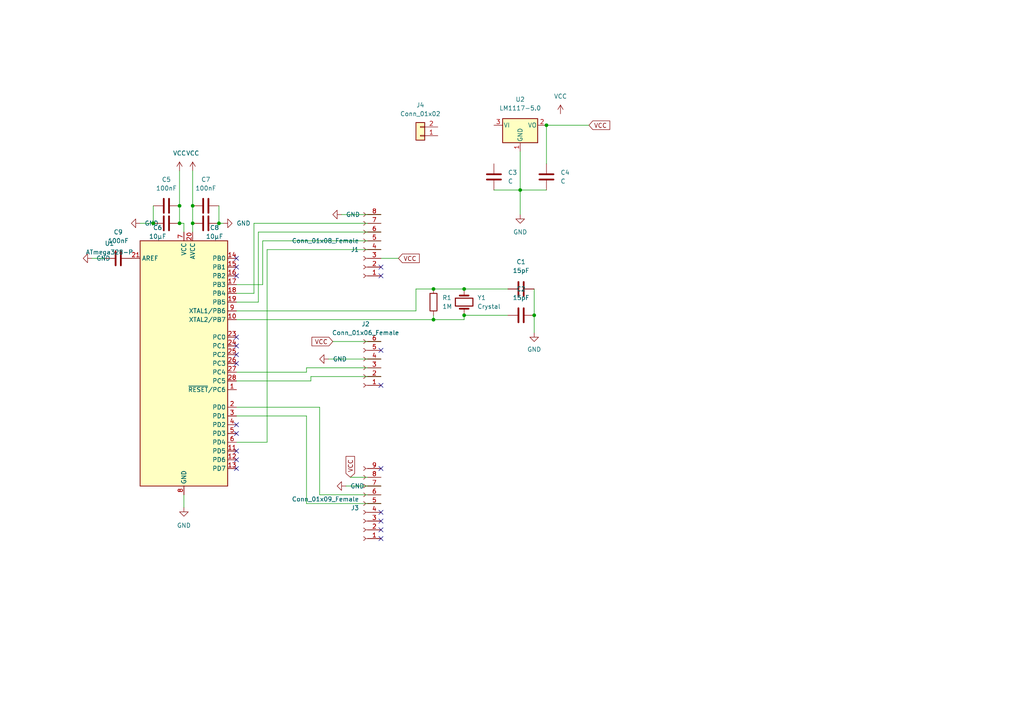
<source format=kicad_sch>
(kicad_sch (version 20211123) (generator eeschema)
  (paper "A4")
  (lib_symbols
    (symbol "Connector:Conn_01x06_Female" (pin_names (offset 1.016) hide)
      (property "Reference" "J" (at 0 7.62 0))
      (property "Value" "Conn_01x06_Female" (at 0 -10.16 0))
      (symbol "Conn_01x06_Female_1_1"
        (arc (start 0 -7.112) (mid -0.508 -7.62) (end 0 -8.128) (stroke (width 0.1524)))
        (arc (start 0 -4.572) (mid -0.508 -5.08) (end 0 -5.588) (stroke (width 0.1524)))
        (arc (start 0 -2.032) (mid -0.508 -2.54) (end 0 -3.048) (stroke (width 0.1524)))
        (polyline (pts (xy -1.27 -7.62) (xy -0.508 -7.62)) (stroke (width 0.1524)))
        (polyline (pts (xy -1.27 -5.08) (xy -0.508 -5.08)) (stroke (width 0.1524)))
        (polyline (pts (xy -1.27 -2.54) (xy -0.508 -2.54)) (stroke (width 0.1524)))
        (polyline (pts (xy -1.27 0) (xy -0.508 0)) (stroke (width 0.1524)))
        (polyline (pts (xy -1.27 2.54) (xy -0.508 2.54)) (stroke (width 0.1524)))
        (polyline (pts (xy -1.27 5.08) (xy -0.508 5.08)) (stroke (width 0.1524)))
        (arc (start 0 0.508) (mid -0.508 0) (end 0 -0.508) (stroke (width 0.1524)))
        (arc (start 0 3.048) (mid -0.508 2.54) (end 0 2.032) (stroke (width 0.1524)))
        (arc (start 0 5.588) (mid -0.508 5.08) (end 0 4.572) (stroke (width 0.1524)))
        (pin passive line (at -5.08 5.08 0) (length 3.81) (name "Pin_1") (number "1"))
        (pin passive line (at -5.08 2.54 0) (length 3.81) (name "Pin_2") (number "2"))
        (pin passive line (at -5.08 0 0) (length 3.81) (name "Pin_3") (number "3"))
        (pin passive line (at -5.08 -2.54 0) (length 3.81) (name "Pin_4") (number "4"))
        (pin passive line (at -5.08 -5.08 0) (length 3.81) (name "Pin_5") (number "5"))
        (pin passive line (at -5.08 -7.62 0) (length 3.81) (name "Pin_6") (number "6"))
      )
    )
    (symbol "Connector:Conn_01x08_Female" (pin_names (offset 1.016) hide)
      (property "Reference" "J" (at 0 10.16 0))
      (property "Value" "Conn_01x08_Female" (at 0 -12.7 0))
      (symbol "Conn_01x08_Female_1_1"
        (arc (start 0 -9.652) (mid -0.508 -10.16) (end 0 -10.668) (stroke (width 0.1524)))
        (arc (start 0 -7.112) (mid -0.508 -7.62) (end 0 -8.128) (stroke (width 0.1524)))
        (arc (start 0 -4.572) (mid -0.508 -5.08) (end 0 -5.588) (stroke (width 0.1524)))
        (arc (start 0 -2.032) (mid -0.508 -2.54) (end 0 -3.048) (stroke (width 0.1524)))
        (polyline (pts (xy -1.27 -10.16) (xy -0.508 -10.16)) (stroke (width 0.1524)))
        (polyline (pts (xy -1.27 -7.62) (xy -0.508 -7.62)) (stroke (width 0.1524)))
        (polyline (pts (xy -1.27 -5.08) (xy -0.508 -5.08)) (stroke (width 0.1524)))
        (polyline (pts (xy -1.27 -2.54) (xy -0.508 -2.54)) (stroke (width 0.1524)))
        (polyline (pts (xy -1.27 0) (xy -0.508 0)) (stroke (width 0.1524)))
        (polyline (pts (xy -1.27 2.54) (xy -0.508 2.54)) (stroke (width 0.1524)))
        (polyline (pts (xy -1.27 5.08) (xy -0.508 5.08)) (stroke (width 0.1524)))
        (polyline (pts (xy -1.27 7.62) (xy -0.508 7.62)) (stroke (width 0.1524)))
        (arc (start 0 0.508) (mid -0.508 0) (end 0 -0.508) (stroke (width 0.1524)))
        (arc (start 0 3.048) (mid -0.508 2.54) (end 0 2.032) (stroke (width 0.1524)))
        (arc (start 0 5.588) (mid -0.508 5.08) (end 0 4.572) (stroke (width 0.1524)))
        (arc (start 0 8.128) (mid -0.508 7.62) (end 0 7.112) (stroke (width 0.1524)))
        (pin passive line (at -5.08 7.62 0) (length 3.81) (name "Pin_1") (number "1"))
        (pin passive line (at -5.08 5.08 0) (length 3.81) (name "Pin_2") (number "2"))
        (pin passive line (at -5.08 2.54 0) (length 3.81) (name "Pin_3") (number "3"))
        (pin passive line (at -5.08 0 0) (length 3.81) (name "Pin_4") (number "4"))
        (pin passive line (at -5.08 -2.54 0) (length 3.81) (name "Pin_5") (number "5"))
        (pin passive line (at -5.08 -5.08 0) (length 3.81) (name "Pin_6") (number "6"))
        (pin passive line (at -5.08 -7.62 0) (length 3.81) (name "Pin_7") (number "7"))
        (pin passive line (at -5.08 -10.16 0) (length 3.81) (name "Pin_8") (number "8"))
      )
    )
    (symbol "Connector:Conn_01x09_Female" (pin_names (offset 1.016) hide)
      (property "Reference" "J" (at 0 12.7 0))
      (property "Value" "Conn_01x09_Female" (at 0 -12.7 0))
      (symbol "Conn_01x09_Female_1_1"
        (arc (start 0 -9.652) (mid -0.508 -10.16) (end 0 -10.668) (stroke (width 0.1524)))
        (arc (start 0 -7.112) (mid -0.508 -7.62) (end 0 -8.128) (stroke (width 0.1524)))
        (arc (start 0 -4.572) (mid -0.508 -5.08) (end 0 -5.588) (stroke (width 0.1524)))
        (arc (start 0 -2.032) (mid -0.508 -2.54) (end 0 -3.048) (stroke (width 0.1524)))
        (polyline (pts (xy -1.27 -10.16) (xy -0.508 -10.16)) (stroke (width 0.1524)))
        (polyline (pts (xy -1.27 -7.62) (xy -0.508 -7.62)) (stroke (width 0.1524)))
        (polyline (pts (xy -1.27 -5.08) (xy -0.508 -5.08)) (stroke (width 0.1524)))
        (polyline (pts (xy -1.27 -2.54) (xy -0.508 -2.54)) (stroke (width 0.1524)))
        (polyline (pts (xy -1.27 0) (xy -0.508 0)) (stroke (width 0.1524)))
        (polyline (pts (xy -1.27 2.54) (xy -0.508 2.54)) (stroke (width 0.1524)))
        (polyline (pts (xy -1.27 5.08) (xy -0.508 5.08)) (stroke (width 0.1524)))
        (polyline (pts (xy -1.27 7.62) (xy -0.508 7.62)) (stroke (width 0.1524)))
        (polyline (pts (xy -1.27 10.16) (xy -0.508 10.16)) (stroke (width 0.1524)))
        (arc (start 0 0.508) (mid -0.508 0) (end 0 -0.508) (stroke (width 0.1524)))
        (arc (start 0 3.048) (mid -0.508 2.54) (end 0 2.032) (stroke (width 0.1524)))
        (arc (start 0 5.588) (mid -0.508 5.08) (end 0 4.572) (stroke (width 0.1524)))
        (arc (start 0 8.128) (mid -0.508 7.62) (end 0 7.112) (stroke (width 0.1524)))
        (arc (start 0 10.668) (mid -0.508 10.16) (end 0 9.652) (stroke (width 0.1524)))
        (pin passive line (at -5.08 10.16 0) (length 3.81) (name "Pin_1") (number "1"))
        (pin passive line (at -5.08 7.62 0) (length 3.81) (name "Pin_2") (number "2"))
        (pin passive line (at -5.08 5.08 0) (length 3.81) (name "Pin_3") (number "3"))
        (pin passive line (at -5.08 2.54 0) (length 3.81) (name "Pin_4") (number "4"))
        (pin passive line (at -5.08 0 0) (length 3.81) (name "Pin_5") (number "5"))
        (pin passive line (at -5.08 -2.54 0) (length 3.81) (name "Pin_6") (number "6"))
        (pin passive line (at -5.08 -5.08 0) (length 3.81) (name "Pin_7") (number "7"))
        (pin passive line (at -5.08 -7.62 0) (length 3.81) (name "Pin_8") (number "8"))
        (pin passive line (at -5.08 -10.16 0) (length 3.81) (name "Pin_9") (number "9"))
      )
    )
    (symbol "Connector_Generic:Conn_01x02" (pin_names (offset 1.016) hide)
      (property "Reference" "J" (at 0 2.54 0))
      (property "Value" "Conn_01x02" (at 0 -5.08 0))
      (symbol "Conn_01x02_1_1"
        (rectangle (start -1.27 -2.413) (end 0 -2.667) (stroke (width 0.1524)))
        (rectangle (start -1.27 0.127) (end 0 -0.127) (stroke (width 0.1524)))
        (rectangle (start -1.27 1.27) (end 1.27 -3.81) (stroke (width 0.254)) (fill (type background)))
        (pin passive line (at -5.08 0 0) (length 3.81) (name "Pin_1") (number "1"))
        (pin passive line (at -5.08 -2.54 0) (length 3.81) (name "Pin_2") (number "2"))
      )
    )
    (symbol "Device:C" (pin_numbers hide) (pin_names (offset 0.254))
      (property "Reference" "C" (at 0.635 2.54 0))
      (property "Value" "C" (at 0.635 -2.54 0))
      (symbol "C_0_1"
        (polyline (pts (xy -2.032 -0.762) (xy 2.032 -0.762)) (stroke (width 0.508)))
        (polyline (pts (xy -2.032 0.762) (xy 2.032 0.762)) (stroke (width 0.508)))
      )
      (symbol "C_1_1"
        (pin passive line (at 0 3.81 270) (length 2.794) (name "~") (number "1"))
        (pin passive line (at 0 -3.81 90) (length 2.794) (name "~") (number "2"))
      )
    )
    (symbol "Device:Crystal" (pin_numbers hide) (pin_names (offset 1.016) hide)
      (property "Reference" "Y" (at 0 3.81 0))
      (property "Value" "Crystal" (at 0 -3.81 0))
      (symbol "Crystal_0_1"
        (rectangle (start -1.143 2.54) (end 1.143 -2.54) (stroke (width 0.3048)))
        (polyline (pts (xy -2.54 0) (xy -1.905 0)))
        (polyline (pts (xy -1.905 -1.27) (xy -1.905 1.27)) (stroke (width 0.508)))
        (polyline (pts (xy 1.905 -1.27) (xy 1.905 1.27)) (stroke (width 0.508)))
        (polyline (pts (xy 2.54 0) (xy 1.905 0)))
      )
      (symbol "Crystal_1_1"
        (pin passive line (at -3.81 0 0) (length 1.27) (name "1") (number "1"))
        (pin passive line (at 3.81 0 180) (length 1.27) (name "2") (number "2"))
      )
    )
    (symbol "Device:R" (pin_numbers hide) (pin_names (offset 0))
      (property "Reference" "R" (at 2.032 0 90))
      (property "Value" "R" (at 0 0 90))
      (symbol "R_0_1"
        (rectangle (start -1.016 -2.54) (end 1.016 2.54) (stroke (width 0.254)))
      )
      (symbol "R_1_1"
        (pin passive line (at 0 3.81 270) (length 1.27) (name "~") (number "1"))
        (pin passive line (at 0 -3.81 90) (length 1.27) (name "~") (number "2"))
      )
    )
    (symbol "MCU_Microchip_ATmega:ATmega328-P"
      (property "Reference" "U" (at -12.7 36.83 0))
      (property "Value" "ATmega328-P" (at 2.54 -36.83 0))
      (symbol "ATmega328-P_0_1"
        (rectangle (start -12.7 -35.56) (end 12.7 35.56) (stroke (width 0.254)) (fill (type background)))
      )
      (symbol "ATmega328-P_1_1"
        (pin bidirectional line (at 15.24 -7.62 180) (length 2.54) (name "~{RESET}/PC6") (number "1"))
        (pin bidirectional line (at 15.24 12.7 180) (length 2.54) (name "XTAL2/PB7") (number "10"))
        (pin bidirectional line (at 15.24 -25.4 180) (length 2.54) (name "PD5") (number "11"))
        (pin bidirectional line (at 15.24 -27.94 180) (length 2.54) (name "PD6") (number "12"))
        (pin bidirectional line (at 15.24 -30.48 180) (length 2.54) (name "PD7") (number "13"))
        (pin bidirectional line (at 15.24 30.48 180) (length 2.54) (name "PB0") (number "14"))
        (pin bidirectional line (at 15.24 27.94 180) (length 2.54) (name "PB1") (number "15"))
        (pin bidirectional line (at 15.24 25.4 180) (length 2.54) (name "PB2") (number "16"))
        (pin bidirectional line (at 15.24 22.86 180) (length 2.54) (name "PB3") (number "17"))
        (pin bidirectional line (at 15.24 20.32 180) (length 2.54) (name "PB4") (number "18"))
        (pin bidirectional line (at 15.24 17.78 180) (length 2.54) (name "PB5") (number "19"))
        (pin bidirectional line (at 15.24 -12.7 180) (length 2.54) (name "PD0") (number "2"))
        (pin power_in line (at 2.54 38.1 270) (length 2.54) (name "AVCC") (number "20"))
        (pin passive line (at -15.24 30.48 0) (length 2.54) (name "AREF") (number "21"))
        (pin passive line (at 0 -38.1 90) (length 2.54) hide (name "GND") (number "22"))
        (pin bidirectional line (at 15.24 7.62 180) (length 2.54) (name "PC0") (number "23"))
        (pin bidirectional line (at 15.24 5.08 180) (length 2.54) (name "PC1") (number "24"))
        (pin bidirectional line (at 15.24 2.54 180) (length 2.54) (name "PC2") (number "25"))
        (pin bidirectional line (at 15.24 0 180) (length 2.54) (name "PC3") (number "26"))
        (pin bidirectional line (at 15.24 -2.54 180) (length 2.54) (name "PC4") (number "27"))
        (pin bidirectional line (at 15.24 -5.08 180) (length 2.54) (name "PC5") (number "28"))
        (pin bidirectional line (at 15.24 -15.24 180) (length 2.54) (name "PD1") (number "3"))
        (pin bidirectional line (at 15.24 -17.78 180) (length 2.54) (name "PD2") (number "4"))
        (pin bidirectional line (at 15.24 -20.32 180) (length 2.54) (name "PD3") (number "5"))
        (pin bidirectional line (at 15.24 -22.86 180) (length 2.54) (name "PD4") (number "6"))
        (pin power_in line (at 0 38.1 270) (length 2.54) (name "VCC") (number "7"))
        (pin power_in line (at 0 -38.1 90) (length 2.54) (name "GND") (number "8"))
        (pin bidirectional line (at 15.24 15.24 180) (length 2.54) (name "XTAL1/PB6") (number "9"))
      )
    )
    (symbol "Regulator_Linear:LM1117-5.0" (pin_names (offset 0.254))
      (property "Reference" "U" (at -3.81 3.175 0))
      (property "Value" "LM1117-5.0" (at 0 3.175 0))
      (symbol "LM1117-5.0_0_1"
        (rectangle (start -5.08 -5.08) (end 5.08 1.905) (stroke (width 0.254)) (fill (type background)))
      )
      (symbol "LM1117-5.0_1_1"
        (pin power_in line (at 0 -7.62 90) (length 2.54) (name "GND") (number "1"))
        (pin power_out line (at 7.62 0 180) (length 2.54) (name "VO") (number "2"))
        (pin power_in line (at -7.62 0 0) (length 2.54) (name "VI") (number "3"))
      )
    )
    (symbol "power:GND" (power) (pin_names (offset 0))
      (property "Value" "GND" (at 0 -3.81 0))
      (symbol "GND_0_1"
        (polyline (pts (xy 0 0) (xy 0 -1.27) (xy 1.27 -1.27) (xy 0 -2.54) (xy -1.27 -1.27) (xy 0 -1.27)))
      )
      (symbol "GND_1_1"
        (pin power_in line (at 0 0 270) (length 0) hide (name "GND") (number "1"))
      )
    )
    (symbol "power:VCC" (power) (pin_names (offset 0))
      (property "Value" "VCC" (at 0 3.81 0))
      (symbol "VCC_0_1"
        (polyline (pts (xy -0.762 1.27) (xy 0 2.54)))
        (polyline (pts (xy 0 0) (xy 0 2.54)))
        (polyline (pts (xy 0 2.54) (xy 0.762 1.27)))
      )
      (symbol "VCC_1_1"
        (pin power_in line (at 0 0 90) (length 0) hide (name "VCC") (number "1"))
      )
    )
  )
  (junction (at 150.876 55.118))
  (junction (at 55.88 64.77))
  (junction (at 44.45 64.77))
  (junction (at 55.88 59.69))
  (junction (at 154.94 91.44))
  (junction (at 63.5 64.77))
  (junction (at 158.496 36.322))
  (junction (at 125.73 83.82))
  (junction (at 134.62 83.82))
  (junction (at 125.73 92.71))
  (junction (at 52.07 59.69))
  (junction (at 134.62 91.44))
  (junction (at 52.07 64.77))
  (no_connect (at 68.58 74.93))
  (no_connect (at 110.49 156.21))
  (no_connect (at 68.58 130.81))
  (no_connect (at 110.49 80.01))
  (no_connect (at 68.58 125.73))
  (no_connect (at 110.49 111.76))
  (no_connect (at 68.58 100.33))
  (no_connect (at 68.58 80.01))
  (no_connect (at 68.58 102.87))
  (no_connect (at 110.49 77.47))
  (no_connect (at 68.58 133.35))
  (no_connect (at 110.49 153.67))
  (no_connect (at 68.58 105.41))
  (no_connect (at 68.58 135.89))
  (no_connect (at 110.49 101.6))
  (no_connect (at 110.49 148.59))
  (no_connect (at 68.58 123.19))
  (no_connect (at 68.58 77.47))
  (no_connect (at 110.49 151.13))
  (no_connect (at 110.49 135.89))
  (no_connect (at 68.58 97.79))
  (wire (pts (xy 90.17 110.49) (xy 90.17 109.22)))
  (wire (pts (xy 134.62 91.44) (xy 134.62 92.71)))
  (wire (pts (xy 76.2 69.85) (xy 110.49 69.85)))
  (wire (pts (xy 73.66 64.77) (xy 110.49 64.77)))
  (wire (pts (xy 134.62 83.82) (xy 147.32 83.82)))
  (wire (pts (xy 90.17 109.22) (xy 110.49 109.22)))
  (wire (pts (xy 88.9 120.65) (xy 88.9 146.05)))
  (wire (pts (xy 53.34 64.77) (xy 52.07 64.77)))
  (wire (pts (xy 147.32 91.44) (xy 134.62 91.44)))
  (wire (pts (xy 26.67 74.93) (xy 30.48 74.93)))
  (wire (pts (xy 68.58 85.09) (xy 73.66 85.09)))
  (wire (pts (xy 74.93 87.63) (xy 74.93 67.31)))
  (wire (pts (xy 150.876 43.942) (xy 150.876 55.118)))
  (wire (pts (xy 68.58 120.65) (xy 88.9 120.65)))
  (wire (pts (xy 40.64 64.77) (xy 44.45 64.77)))
  (wire (pts (xy 68.58 128.27) (xy 77.47 128.27)))
  (wire (pts (xy 52.07 49.53) (xy 52.07 59.69)))
  (wire (pts (xy 74.93 67.31) (xy 110.49 67.31)))
  (wire (pts (xy 52.07 59.69) (xy 52.07 64.77)))
  (wire (pts (xy 92.71 143.51) (xy 110.49 143.51)))
  (wire (pts (xy 120.65 90.17) (xy 120.65 83.82)))
  (wire (pts (xy 53.34 143.51) (xy 53.34 147.193)))
  (wire (pts (xy 100.33 140.97) (xy 110.49 140.97)))
  (wire (pts (xy 154.94 91.44) (xy 154.94 83.82)))
  (wire (pts (xy 120.65 83.82) (xy 125.73 83.82)))
  (wire (pts (xy 158.496 36.195) (xy 158.496 36.322)))
  (wire (pts (xy 99.06 62.23) (xy 110.49 62.23)))
  (wire (pts (xy 125.73 92.71) (xy 134.62 92.71)))
  (wire (pts (xy 115.57 74.93) (xy 110.49 74.93)))
  (wire (pts (xy 125.73 91.44) (xy 125.73 92.71)))
  (wire (pts (xy 55.88 59.69) (xy 55.88 64.77)))
  (wire (pts (xy 68.58 107.95) (xy 88.9 107.95)))
  (wire (pts (xy 88.9 107.95) (xy 88.9 106.68)))
  (wire (pts (xy 95.25 104.14) (xy 110.49 104.14)))
  (wire (pts (xy 154.94 96.52) (xy 154.94 91.44)))
  (wire (pts (xy 77.47 72.39) (xy 110.49 72.39)))
  (wire (pts (xy 150.876 55.118) (xy 158.496 55.118)))
  (wire (pts (xy 63.5 59.69) (xy 63.5 64.77)))
  (wire (pts (xy 76.2 82.55) (xy 76.2 69.85)))
  (wire (pts (xy 73.66 85.09) (xy 73.66 64.77)))
  (wire (pts (xy 53.34 67.31) (xy 53.34 64.77)))
  (wire (pts (xy 68.58 82.55) (xy 76.2 82.55)))
  (wire (pts (xy 143.256 55.118) (xy 150.876 55.118)))
  (wire (pts (xy 77.47 128.27) (xy 77.47 72.39)))
  (wire (pts (xy 158.496 36.322) (xy 158.496 47.498)))
  (wire (pts (xy 88.9 106.68) (xy 110.49 106.68)))
  (wire (pts (xy 170.815 36.322) (xy 158.496 36.322)))
  (wire (pts (xy 68.58 90.17) (xy 120.65 90.17)))
  (wire (pts (xy 92.71 118.11) (xy 92.71 143.51)))
  (wire (pts (xy 68.58 110.49) (xy 90.17 110.49)))
  (wire (pts (xy 68.58 87.63) (xy 74.93 87.63)))
  (wire (pts (xy 64.77 64.77) (xy 63.5 64.77)))
  (wire (pts (xy 150.876 55.118) (xy 150.876 62.23)))
  (wire (pts (xy 125.73 83.82) (xy 134.62 83.82)))
  (wire (pts (xy 55.88 49.53) (xy 55.88 59.69)))
  (wire (pts (xy 68.58 118.11) (xy 92.71 118.11)))
  (wire (pts (xy 44.45 59.69) (xy 44.45 64.77)))
  (wire (pts (xy 55.88 64.77) (xy 55.88 67.31)))
  (wire (pts (xy 101.6 138.43) (xy 110.49 138.43)))
  (wire (pts (xy 68.58 92.71) (xy 125.73 92.71)))
  (wire (pts (xy 88.9 146.05) (xy 110.49 146.05)))
  (wire (pts (xy 96.52 99.06) (xy 110.49 99.06)))
  (global_label "VCC" (shape input) (at 170.815 36.322 0) (property "Intersheet References" "${INTERSHEET_REFS}" (effects hide)))
  (global_label "VCC" (shape input) (at 96.52 99.06 180) (property "Intersheet References" "${INTERSHEET_REFS}" (effects hide)))
  (global_label "VCC" (shape input) (at 101.6 138.43 90) (property "Intersheet References" "${INTERSHEET_REFS}" (effects hide)))
  (global_label "VCC" (shape input) (at 115.57 74.93 0) (property "Intersheet References" "${INTERSHEET_REFS}" (effects hide)))
  (symbol (lib_id "power:GND") (at 154.94 96.52 0) (unit 1)
    (property "Reference" "#PWR01" (effects hide))
    (property "Value" "GND" (at 154.94 101.346 0))
  )
  (symbol (lib_id "power:VCC") (at 55.88 49.53 0) (unit 1)
    (property "Reference" "#PWR06" (effects hide))
    (property "Value" "VCC" (at 55.88 44.45 0))
  )
  (symbol (lib_id "Device:C") (at 34.29 74.93 90) (unit 1)
    (property "Reference" "C9" (at 34.29 67.31 90))
    (property "Value" "100nF" (at 34.29 69.85 90))
    (property "Footprint" "Capacitor_SMD:C_1206_3216Metric" (effects hide))
  )
  (symbol (lib_id "MCU_Microchip_ATmega:ATmega328-P") (at 53.34 105.41 0) (unit 1)
    (property "Reference" "U1" (at 31.75 70.5993 0))
    (property "Value" "ATmega328-P" (at 31.75 73.1393 0))
    (property "Footprint" "Package_DIP:DIP-28_W7.62mm" (effects hide))
    (property "Datasheet" "http://ww1.microchip.com/downloads/en/DeviceDoc/ATmega328_P%20AVR%20MCU%20with%20picoPower%20Technology%20Data%20Sheet%2040001984A.pdf" (effects hide))
  )
  (symbol (lib_id "power:GND") (at 53.34 147.193 0) (unit 1)
    (property "Reference" "#PWR0101" (effects hide))
    (property "Value" "GND" (at 53.34 152.4 0))
  )
  (symbol (lib_id "Device:C") (at 151.13 83.82 270) (unit 1)
    (property "Reference" "C1" (at 151.13 75.946 90))
    (property "Value" "15pF" (at 151.13 78.486 90))
    (property "Footprint" "Capacitor_SMD:C_1206_3216Metric" (effects hide))
  )
  (symbol (lib_id "power:GND") (at 95.25 104.14 270) (unit 1)
    (property "Reference" "#PWR0104" (effects hide))
    (property "Value" "GND" (at 96.52 104.1399 90) (effects (justify left)))
  )
  (symbol (lib_id "Connector_Generic:Conn_01x02") (at 121.92 39.37 180) (unit 1)
    (property "Reference" "J4" (at 121.92 30.48 0))
    (property "Value" "Conn_01x02" (at 121.92 33.02 0))
    (property "Footprint" "Connector_Phoenix_MSTB:PhoenixContact_MSTBVA_2,5_2-G-5,08_1x02_P5.08mm_Vertical" (effects hide))
  )
  (symbol (lib_id "Device:C") (at 151.13 91.44 270) (unit 1)
    (property "Reference" "C2" (at 151.13 83.82 90))
    (property "Value" "15pF" (at 151.13 86.36 90))
    (property "Footprint" "Capacitor_SMD:C_1206_3216Metric" (effects hide))
  )
  (symbol (lib_id "power:GND") (at 26.67 74.93 270) (unit 1)
    (property "Reference" "#PWR02" (effects hide))
    (property "Value" "GND" (at 27.94 74.9299 90) (effects (justify left)))
  )
  (symbol (lib_id "Device:C") (at 48.26 64.77 90) (unit 1)
    (property "Reference" "C6" (at 45.72 66.04 90))
    (property "Value" "10µF" (at 45.72 68.58 90))
    (property "Footprint" "Capacitor_SMD:C_1206_3216Metric" (effects hide))
  )
  (symbol (lib_id "Device:C") (at 48.26 59.69 90) (unit 1)
    (property "Reference" "C5" (at 48.26 52.07 90))
    (property "Value" "100nF" (at 48.26 54.61 90))
    (property "Footprint" "Capacitor_SMD:C_1206_3216Metric" (effects hide))
  )
  (symbol (lib_id "Connector:Conn_01x06_Female") (at 105.41 106.68 180) (unit 1)
    (property "Reference" "J2" (at 106.045 93.98 0))
    (property "Value" "Conn_01x06_Female" (at 106.045 96.52 0))
    (property "Footprint" "Connector_PinSocket_2.54mm:PinSocket_1x06_P2.54mm_Vertical" (effects hide))
  )
  (symbol (lib_id "power:VCC") (at 162.56 33.02 0) (unit 1)
    (property "Reference" "#PWR08" (effects hide))
    (property "Value" "VCC" (at 162.56 27.94 0))
  )
  (symbol (lib_id "power:GND") (at 64.77 64.77 90) (unit 1)
    (property "Reference" "#PWR07" (effects hide))
    (property "Value" "GND" (at 68.58 64.7699 90) (effects (justify right)))
  )
  (symbol (lib_id "power:GND") (at 100.33 140.97 270) (unit 1)
    (property "Reference" "#PWR0105" (effects hide))
    (property "Value" "GND" (at 101.6 140.9699 90) (effects (justify left)))
  )
  (symbol (lib_id "Device:Crystal") (at 134.62 87.63 90) (unit 1)
    (property "Reference" "Y1" (at 138.43 86.3599 90) (effects (justify right)))
    (property "Value" "Crystal" (at 138.43 88.8999 90) (effects (justify right)))
    (property "Footprint" "Crystal:Resonator-2Pin_W10.0mm_H5.0mm" (effects hide))
  )
  (symbol (lib_id "power:GND") (at 99.06 62.23 270) (unit 1)
    (property "Reference" "#PWR0102" (effects hide))
    (property "Value" "GND" (at 100.33 62.2299 90) (effects (justify left)))
  )
  (symbol (lib_id "power:GND") (at 150.876 62.23 0) (unit 1)
    (property "Reference" "#PWR03" (effects hide))
    (property "Value" "GND" (at 150.876 67.31 0))
  )
  (symbol (lib_id "Regulator_Linear:LM1117-5.0") (at 150.876 36.322 0) (unit 1)
    (property "Reference" "U2" (at 150.876 28.829 0))
    (property "Value" "LM1117-5.0" (at 150.876 31.369 0))
    (property "Footprint" "eec:National_Semiconductor-LM1117IMP-5.0-Level_A" (effects hide))
    (property "Datasheet" "http://www.ti.com/lit/ds/symlink/lm1117.pdf" (effects hide))
  )
  (symbol (lib_id "Device:C") (at 143.256 51.308 0) (unit 1)
    (property "Reference" "C3" (at 147.32 50.0379 0) (effects (justify left)))
    (property "Value" "C" (at 147.32 52.5779 0) (effects (justify left)))
    (property "Footprint" "Capacitor_SMD:C_1206_3216Metric" (effects hide))
  )
  (symbol (lib_id "Device:C") (at 59.69 64.77 90) (unit 1)
    (property "Reference" "C8" (at 62.23 66.04 90))
    (property "Value" "10µF" (at 62.23 68.58 90))
    (property "Footprint" "Capacitor_SMD:C_1206_3216Metric" (effects hide))
  )
  (symbol (lib_id "Device:R") (at 125.73 87.63 0) (unit 1)
    (property "Reference" "R1" (at 128.27 86.3599 0) (effects (justify left)))
    (property "Value" "1M" (at 128.27 88.8999 0) (effects (justify left)))
  )
  (symbol (lib_id "Device:C") (at 158.496 51.308 0) (unit 1)
    (property "Reference" "C4" (at 162.56 50.0379 0) (effects (justify left)))
    (property "Value" "C" (at 162.56 52.5779 0) (effects (justify left)))
    (property "Footprint" "Capacitor_SMD:C_1206_3216Metric" (effects hide))
  )
  (symbol (lib_id "Connector:Conn_01x08_Female") (at 105.41 72.39 180) (unit 1)
    (property "Reference" "J1" (at 104.14 72.3901 0) (effects (justify left)))
    (property "Value" "Conn_01x08_Female" (at 104.14 69.8501 0) (effects (justify left)))
    (property "Footprint" "Connector_PinSocket_2.54mm:PinSocket_1x08_P2.54mm_Vertical" (effects hide))
  )
  (symbol (lib_id "power:VCC") (at 52.07 49.53 0) (unit 1)
    (property "Reference" "#PWR05" (effects hide))
    (property "Value" "VCC" (at 52.07 44.45 0))
  )
  (symbol (lib_id "power:GND") (at 40.64 64.77 270) (unit 1)
    (property "Reference" "#PWR04" (effects hide))
    (property "Value" "GND" (at 41.91 64.7699 90) (effects (justify left)))
  )
  (symbol (lib_id "Device:C") (at 59.69 59.69 90) (unit 1)
    (property "Reference" "C7" (at 59.69 52.07 90))
    (property "Value" "100nF" (at 59.69 54.61 90))
    (property "Footprint" "Capacitor_SMD:C_1206_3216Metric" (effects hide))
  )
  (symbol (lib_id "Connector:Conn_01x09_Female") (at 105.41 146.05 180) (unit 1)
    (property "Reference" "J3" (at 104.14 147.3201 0) (effects (justify left)))
    (property "Value" "Conn_01x09_Female" (at 104.14 144.7801 0) (effects (justify left)))
    (property "Footprint" "Connector_PinSocket_2.54mm:PinSocket_1x09_P2.54mm_Vertical" (effects hide))
  )
)
</source>
